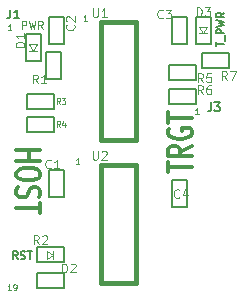
<source format=gto>
G04 (created by PCBNEW (2013-03-04 BZR 3984)-stable) date 3/15/2013 4:30:27 PM*
%MOIN*%
G04 Gerber Fmt 3.4, Leading zero omitted, Abs format*
%FSLAX34Y34*%
G01*
G70*
G90*
G04 APERTURE LIST*
%ADD10C,2.3622e-006*%
%ADD11C,0.00492126*%
%ADD12C,0.0064*%
%ADD13C,0.012*%
%ADD14C,0.0049*%
%ADD15C,0.015*%
%ADD16C,0.005*%
%ADD17C,0.0045*%
%ADD18C,0.007375*%
%ADD19C,0.0074*%
G04 APERTURE END LIST*
G54D10*
G54D11*
X42757Y-36615D02*
X42645Y-36615D01*
X42701Y-36615D02*
X42701Y-36418D01*
X42682Y-36446D01*
X42664Y-36465D01*
X42645Y-36474D01*
X42851Y-36615D02*
X42889Y-36615D01*
X42907Y-36605D01*
X42917Y-36596D01*
X42935Y-36568D01*
X42945Y-36530D01*
X42945Y-36455D01*
X42935Y-36437D01*
X42926Y-36427D01*
X42907Y-36418D01*
X42870Y-36418D01*
X42851Y-36427D01*
X42842Y-36437D01*
X42832Y-36455D01*
X42832Y-36502D01*
X42842Y-36521D01*
X42851Y-36530D01*
X42870Y-36540D01*
X42907Y-36540D01*
X42926Y-36530D01*
X42935Y-36521D01*
X42945Y-36502D01*
G54D12*
X49611Y-28485D02*
X49611Y-28339D01*
X49867Y-28412D02*
X49611Y-28412D01*
X49892Y-28315D02*
X49892Y-28120D01*
X49867Y-28059D02*
X49611Y-28059D01*
X49611Y-27961D01*
X49623Y-27937D01*
X49636Y-27925D01*
X49660Y-27912D01*
X49696Y-27912D01*
X49721Y-27925D01*
X49733Y-27937D01*
X49745Y-27961D01*
X49745Y-28059D01*
X49611Y-27827D02*
X49867Y-27766D01*
X49684Y-27717D01*
X49867Y-27669D01*
X49611Y-27608D01*
X49867Y-27364D02*
X49745Y-27449D01*
X49867Y-27510D02*
X49611Y-27510D01*
X49611Y-27413D01*
X49623Y-27388D01*
X49636Y-27376D01*
X49660Y-27364D01*
X49696Y-27364D01*
X49721Y-27376D01*
X49733Y-27388D01*
X49745Y-27413D01*
X49745Y-27510D01*
G54D13*
X47988Y-32693D02*
X47988Y-32350D01*
X48788Y-32521D02*
X47988Y-32521D01*
X48788Y-31807D02*
X48407Y-32007D01*
X48788Y-32150D02*
X47988Y-32150D01*
X47988Y-31921D01*
X48026Y-31864D01*
X48065Y-31835D01*
X48141Y-31807D01*
X48255Y-31807D01*
X48331Y-31835D01*
X48369Y-31864D01*
X48407Y-31921D01*
X48407Y-32150D01*
X48026Y-31235D02*
X47988Y-31293D01*
X47988Y-31378D01*
X48026Y-31464D01*
X48103Y-31521D01*
X48179Y-31550D01*
X48331Y-31578D01*
X48445Y-31578D01*
X48598Y-31550D01*
X48674Y-31521D01*
X48750Y-31464D01*
X48788Y-31378D01*
X48788Y-31321D01*
X48750Y-31235D01*
X48712Y-31207D01*
X48445Y-31207D01*
X48445Y-31321D01*
X47988Y-31035D02*
X47988Y-30693D01*
X48788Y-30864D02*
X47988Y-30864D01*
X42944Y-31953D02*
X43744Y-31953D01*
X43363Y-31953D02*
X43363Y-32295D01*
X42944Y-32295D02*
X43744Y-32295D01*
X43744Y-32695D02*
X43744Y-32810D01*
X43706Y-32867D01*
X43629Y-32924D01*
X43477Y-32953D01*
X43210Y-32953D01*
X43058Y-32924D01*
X42982Y-32867D01*
X42944Y-32810D01*
X42944Y-32695D01*
X42982Y-32638D01*
X43058Y-32581D01*
X43210Y-32553D01*
X43477Y-32553D01*
X43629Y-32581D01*
X43706Y-32638D01*
X43744Y-32695D01*
X42982Y-33181D02*
X42944Y-33267D01*
X42944Y-33410D01*
X42982Y-33467D01*
X43020Y-33495D01*
X43096Y-33524D01*
X43172Y-33524D01*
X43248Y-33495D01*
X43287Y-33467D01*
X43325Y-33410D01*
X43363Y-33295D01*
X43401Y-33238D01*
X43439Y-33210D01*
X43515Y-33181D01*
X43591Y-33181D01*
X43668Y-33210D01*
X43706Y-33238D01*
X43744Y-33295D01*
X43744Y-33438D01*
X43706Y-33524D01*
X43744Y-33695D02*
X43744Y-34038D01*
X42944Y-33867D02*
X43744Y-33867D01*
G54D12*
X42989Y-35575D02*
X42904Y-35453D01*
X42843Y-35575D02*
X42843Y-35319D01*
X42941Y-35319D01*
X42965Y-35331D01*
X42977Y-35344D01*
X42989Y-35368D01*
X42989Y-35404D01*
X42977Y-35429D01*
X42965Y-35441D01*
X42941Y-35453D01*
X42843Y-35453D01*
X43087Y-35563D02*
X43123Y-35575D01*
X43184Y-35575D01*
X43209Y-35563D01*
X43221Y-35551D01*
X43233Y-35526D01*
X43233Y-35502D01*
X43221Y-35478D01*
X43209Y-35465D01*
X43184Y-35453D01*
X43136Y-35441D01*
X43111Y-35429D01*
X43099Y-35417D01*
X43087Y-35392D01*
X43087Y-35368D01*
X43099Y-35344D01*
X43111Y-35331D01*
X43136Y-35319D01*
X43197Y-35319D01*
X43233Y-35331D01*
X43306Y-35319D02*
X43453Y-35319D01*
X43379Y-35575D02*
X43379Y-35319D01*
G54D14*
X43123Y-27898D02*
X43123Y-27642D01*
X43221Y-27642D01*
X43245Y-27654D01*
X43257Y-27667D01*
X43269Y-27691D01*
X43269Y-27727D01*
X43257Y-27752D01*
X43245Y-27764D01*
X43221Y-27776D01*
X43123Y-27776D01*
X43355Y-27642D02*
X43416Y-27898D01*
X43465Y-27715D01*
X43513Y-27898D01*
X43574Y-27642D01*
X43818Y-27898D02*
X43733Y-27776D01*
X43672Y-27898D02*
X43672Y-27642D01*
X43769Y-27642D01*
X43794Y-27654D01*
X43806Y-27667D01*
X43818Y-27691D01*
X43818Y-27727D01*
X43806Y-27752D01*
X43794Y-27764D01*
X43769Y-27776D01*
X43672Y-27776D01*
G54D15*
X45748Y-32441D02*
X46930Y-32441D01*
X46930Y-32441D02*
X46930Y-36378D01*
X46930Y-36378D02*
X45748Y-36378D01*
X45748Y-36378D02*
X45748Y-32441D01*
X45748Y-27677D02*
X46930Y-27677D01*
X46930Y-27677D02*
X46930Y-31614D01*
X46930Y-31614D02*
X45748Y-31614D01*
X45748Y-31614D02*
X45748Y-27677D01*
G54D16*
X43943Y-29564D02*
X43943Y-28664D01*
X43943Y-28664D02*
X44443Y-28664D01*
X44443Y-28664D02*
X44443Y-29564D01*
X44443Y-29564D02*
X43943Y-29564D01*
X44525Y-36549D02*
X43625Y-36549D01*
X43625Y-36549D02*
X43625Y-36049D01*
X43625Y-36049D02*
X44525Y-36049D01*
X44525Y-36049D02*
X44525Y-36549D01*
X44190Y-30585D02*
X43290Y-30585D01*
X43290Y-30585D02*
X43290Y-30085D01*
X43290Y-30085D02*
X44190Y-30085D01*
X44190Y-30085D02*
X44190Y-30585D01*
X44190Y-31352D02*
X43290Y-31352D01*
X43290Y-31352D02*
X43290Y-30852D01*
X43290Y-30852D02*
X44190Y-30852D01*
X44190Y-30852D02*
X44190Y-31352D01*
X48915Y-29620D02*
X48015Y-29620D01*
X48015Y-29620D02*
X48015Y-29120D01*
X48015Y-29120D02*
X48915Y-29120D01*
X48915Y-29120D02*
X48915Y-29620D01*
X48915Y-30407D02*
X48015Y-30407D01*
X48015Y-30407D02*
X48015Y-29907D01*
X48015Y-29907D02*
X48915Y-29907D01*
X48915Y-29907D02*
X48915Y-30407D01*
X50017Y-29226D02*
X49117Y-29226D01*
X49117Y-29226D02*
X49117Y-28726D01*
X49117Y-28726D02*
X50017Y-28726D01*
X50017Y-28726D02*
X50017Y-29226D01*
X44541Y-32621D02*
X44541Y-33521D01*
X44541Y-33521D02*
X44041Y-33521D01*
X44041Y-33521D02*
X44041Y-32621D01*
X44041Y-32621D02*
X44541Y-32621D01*
X44541Y-27503D02*
X44541Y-28403D01*
X44541Y-28403D02*
X44041Y-28403D01*
X44041Y-28403D02*
X44041Y-27503D01*
X44041Y-27503D02*
X44541Y-27503D01*
X48636Y-27503D02*
X48636Y-28403D01*
X48636Y-28403D02*
X48136Y-28403D01*
X48136Y-28403D02*
X48136Y-27503D01*
X48136Y-27503D02*
X48636Y-27503D01*
X48636Y-32956D02*
X48636Y-33856D01*
X48636Y-33856D02*
X48136Y-33856D01*
X48136Y-33856D02*
X48136Y-32956D01*
X48136Y-32956D02*
X48636Y-32956D01*
G54D14*
X43642Y-28641D02*
X43366Y-28641D01*
X43642Y-28425D02*
X43366Y-28425D01*
X43366Y-28425D02*
X43504Y-28641D01*
X43504Y-28641D02*
X43642Y-28425D01*
G54D16*
X43754Y-28093D02*
X43754Y-28993D01*
X43754Y-28993D02*
X43254Y-28993D01*
X43254Y-28993D02*
X43254Y-28093D01*
X43254Y-28093D02*
X43754Y-28093D01*
G54D14*
X44173Y-35295D02*
X44173Y-35571D01*
X43957Y-35295D02*
X43957Y-35571D01*
X43957Y-35571D02*
X44173Y-35433D01*
X44173Y-35433D02*
X43957Y-35295D01*
G54D16*
X43625Y-35183D02*
X44525Y-35183D01*
X44525Y-35183D02*
X44525Y-35683D01*
X44525Y-35683D02*
X43625Y-35683D01*
X43625Y-35683D02*
X43625Y-35183D01*
G54D14*
X49311Y-28051D02*
X49035Y-28051D01*
X49311Y-27835D02*
X49035Y-27835D01*
X49035Y-27835D02*
X49173Y-28051D01*
X49173Y-28051D02*
X49311Y-27835D01*
G54D16*
X49423Y-27503D02*
X49423Y-28403D01*
X49423Y-28403D02*
X48923Y-28403D01*
X48923Y-28403D02*
X48923Y-27503D01*
X48923Y-27503D02*
X49423Y-27503D01*
G54D14*
X45484Y-31970D02*
X45484Y-32209D01*
X45498Y-32237D01*
X45512Y-32251D01*
X45540Y-32265D01*
X45596Y-32265D01*
X45624Y-32251D01*
X45638Y-32237D01*
X45652Y-32209D01*
X45652Y-31970D01*
X45779Y-31998D02*
X45793Y-31984D01*
X45821Y-31970D01*
X45891Y-31970D01*
X45919Y-31984D01*
X45933Y-31998D01*
X45947Y-32026D01*
X45947Y-32054D01*
X45933Y-32096D01*
X45765Y-32265D01*
X45947Y-32265D01*
X45036Y-32422D02*
X44923Y-32422D01*
X44980Y-32422D02*
X44980Y-32225D01*
X44961Y-32253D01*
X44942Y-32272D01*
X44923Y-32282D01*
X45484Y-27226D02*
X45484Y-27465D01*
X45498Y-27493D01*
X45512Y-27507D01*
X45540Y-27521D01*
X45596Y-27521D01*
X45624Y-27507D01*
X45638Y-27493D01*
X45652Y-27465D01*
X45652Y-27226D01*
X45947Y-27521D02*
X45779Y-27521D01*
X45863Y-27521D02*
X45863Y-27226D01*
X45835Y-27268D01*
X45807Y-27296D01*
X45779Y-27310D01*
X45292Y-27638D02*
X45179Y-27638D01*
X45236Y-27638D02*
X45236Y-27441D01*
X45217Y-27469D01*
X45198Y-27488D01*
X45179Y-27498D01*
G54D17*
X43651Y-29725D02*
X43553Y-29585D01*
X43482Y-29725D02*
X43482Y-29430D01*
X43595Y-29430D01*
X43623Y-29444D01*
X43637Y-29458D01*
X43651Y-29486D01*
X43651Y-29528D01*
X43637Y-29557D01*
X43623Y-29571D01*
X43595Y-29585D01*
X43482Y-29585D01*
X43932Y-29725D02*
X43764Y-29725D01*
X43848Y-29725D02*
X43848Y-29430D01*
X43820Y-29472D01*
X43792Y-29500D01*
X43764Y-29514D01*
X43690Y-35080D02*
X43592Y-34939D01*
X43522Y-35080D02*
X43522Y-34784D01*
X43634Y-34784D01*
X43662Y-34798D01*
X43676Y-34812D01*
X43690Y-34841D01*
X43690Y-34883D01*
X43676Y-34911D01*
X43662Y-34925D01*
X43634Y-34939D01*
X43522Y-34939D01*
X43803Y-34812D02*
X43817Y-34798D01*
X43845Y-34784D01*
X43915Y-34784D01*
X43944Y-34798D01*
X43958Y-34812D01*
X43972Y-34841D01*
X43972Y-34869D01*
X43958Y-34911D01*
X43789Y-35080D01*
X43972Y-35080D01*
X44399Y-30414D02*
X44339Y-30319D01*
X44296Y-30414D02*
X44296Y-30214D01*
X44364Y-30214D01*
X44381Y-30224D01*
X44390Y-30234D01*
X44399Y-30253D01*
X44399Y-30281D01*
X44390Y-30300D01*
X44381Y-30310D01*
X44364Y-30319D01*
X44296Y-30319D01*
X44459Y-30214D02*
X44570Y-30214D01*
X44510Y-30291D01*
X44536Y-30291D01*
X44553Y-30300D01*
X44561Y-30310D01*
X44570Y-30329D01*
X44570Y-30376D01*
X44561Y-30395D01*
X44553Y-30405D01*
X44536Y-30414D01*
X44484Y-30414D01*
X44467Y-30405D01*
X44459Y-30395D01*
X44399Y-31181D02*
X44339Y-31086D01*
X44296Y-31181D02*
X44296Y-30981D01*
X44364Y-30981D01*
X44381Y-30991D01*
X44390Y-31001D01*
X44399Y-31020D01*
X44399Y-31048D01*
X44390Y-31067D01*
X44381Y-31077D01*
X44364Y-31086D01*
X44296Y-31086D01*
X44553Y-31048D02*
X44553Y-31181D01*
X44510Y-30972D02*
X44467Y-31115D01*
X44579Y-31115D01*
X49163Y-29686D02*
X49064Y-29545D01*
X48994Y-29686D02*
X48994Y-29391D01*
X49107Y-29391D01*
X49135Y-29405D01*
X49149Y-29419D01*
X49163Y-29447D01*
X49163Y-29489D01*
X49149Y-29517D01*
X49135Y-29531D01*
X49107Y-29545D01*
X48994Y-29545D01*
X49430Y-29391D02*
X49289Y-29391D01*
X49275Y-29531D01*
X49289Y-29517D01*
X49318Y-29503D01*
X49388Y-29503D01*
X49416Y-29517D01*
X49430Y-29531D01*
X49444Y-29559D01*
X49444Y-29630D01*
X49430Y-29658D01*
X49416Y-29672D01*
X49388Y-29686D01*
X49318Y-29686D01*
X49289Y-29672D01*
X49275Y-29658D01*
X49163Y-30080D02*
X49064Y-29939D01*
X48994Y-30080D02*
X48994Y-29784D01*
X49107Y-29784D01*
X49135Y-29798D01*
X49149Y-29812D01*
X49163Y-29841D01*
X49163Y-29883D01*
X49149Y-29911D01*
X49135Y-29925D01*
X49107Y-29939D01*
X48994Y-29939D01*
X49416Y-29784D02*
X49360Y-29784D01*
X49332Y-29798D01*
X49318Y-29812D01*
X49289Y-29855D01*
X49275Y-29911D01*
X49275Y-30023D01*
X49289Y-30052D01*
X49303Y-30066D01*
X49332Y-30080D01*
X49388Y-30080D01*
X49416Y-30066D01*
X49430Y-30052D01*
X49444Y-30023D01*
X49444Y-29953D01*
X49430Y-29925D01*
X49416Y-29911D01*
X49388Y-29897D01*
X49332Y-29897D01*
X49303Y-29911D01*
X49289Y-29925D01*
X49275Y-29953D01*
X49950Y-29607D02*
X49852Y-29467D01*
X49782Y-29607D02*
X49782Y-29312D01*
X49894Y-29312D01*
X49922Y-29326D01*
X49936Y-29340D01*
X49950Y-29368D01*
X49950Y-29410D01*
X49936Y-29438D01*
X49922Y-29453D01*
X49894Y-29467D01*
X49782Y-29467D01*
X50049Y-29312D02*
X50246Y-29312D01*
X50119Y-29607D01*
X44084Y-32532D02*
X44070Y-32546D01*
X44028Y-32560D01*
X44000Y-32560D01*
X43958Y-32546D01*
X43930Y-32518D01*
X43916Y-32490D01*
X43901Y-32433D01*
X43901Y-32391D01*
X43916Y-32335D01*
X43930Y-32307D01*
X43958Y-32279D01*
X44000Y-32265D01*
X44028Y-32265D01*
X44070Y-32279D01*
X44084Y-32293D01*
X44366Y-32560D02*
X44197Y-32560D01*
X44281Y-32560D02*
X44281Y-32265D01*
X44253Y-32307D01*
X44225Y-32335D01*
X44197Y-32349D01*
X44855Y-27765D02*
X44869Y-27779D01*
X44883Y-27821D01*
X44883Y-27850D01*
X44869Y-27892D01*
X44841Y-27920D01*
X44812Y-27934D01*
X44756Y-27948D01*
X44714Y-27948D01*
X44658Y-27934D01*
X44630Y-27920D01*
X44602Y-27892D01*
X44588Y-27850D01*
X44588Y-27821D01*
X44602Y-27779D01*
X44616Y-27765D01*
X44616Y-27653D02*
X44602Y-27639D01*
X44588Y-27611D01*
X44588Y-27540D01*
X44602Y-27512D01*
X44616Y-27498D01*
X44644Y-27484D01*
X44672Y-27484D01*
X44714Y-27498D01*
X44883Y-27667D01*
X44883Y-27484D01*
X47824Y-27532D02*
X47810Y-27546D01*
X47768Y-27560D01*
X47740Y-27560D01*
X47698Y-27546D01*
X47670Y-27518D01*
X47656Y-27490D01*
X47642Y-27433D01*
X47642Y-27391D01*
X47656Y-27335D01*
X47670Y-27307D01*
X47698Y-27279D01*
X47740Y-27265D01*
X47768Y-27265D01*
X47810Y-27279D01*
X47824Y-27293D01*
X47923Y-27265D02*
X48106Y-27265D01*
X48007Y-27377D01*
X48049Y-27377D01*
X48077Y-27391D01*
X48091Y-27405D01*
X48106Y-27433D01*
X48106Y-27504D01*
X48091Y-27532D01*
X48077Y-27546D01*
X48049Y-27560D01*
X47965Y-27560D01*
X47937Y-27546D01*
X47923Y-27532D01*
X48375Y-33516D02*
X48361Y-33530D01*
X48319Y-33544D01*
X48291Y-33544D01*
X48249Y-33530D01*
X48221Y-33502D01*
X48207Y-33474D01*
X48193Y-33418D01*
X48193Y-33375D01*
X48207Y-33319D01*
X48221Y-33291D01*
X48249Y-33263D01*
X48291Y-33249D01*
X48319Y-33249D01*
X48361Y-33263D01*
X48375Y-33277D01*
X48629Y-33347D02*
X48629Y-33544D01*
X48558Y-33235D02*
X48488Y-33446D01*
X48671Y-33446D01*
X43210Y-28504D02*
X42915Y-28504D01*
X42915Y-28434D01*
X42929Y-28392D01*
X42957Y-28364D01*
X42985Y-28350D01*
X43041Y-28336D01*
X43083Y-28336D01*
X43140Y-28350D01*
X43168Y-28364D01*
X43196Y-28392D01*
X43210Y-28434D01*
X43210Y-28504D01*
X43210Y-28054D02*
X43210Y-28223D01*
X43210Y-28139D02*
X42915Y-28139D01*
X42957Y-28167D01*
X42985Y-28195D01*
X42999Y-28223D01*
X44467Y-36025D02*
X44467Y-35729D01*
X44537Y-35729D01*
X44579Y-35743D01*
X44607Y-35771D01*
X44621Y-35800D01*
X44635Y-35856D01*
X44635Y-35898D01*
X44621Y-35954D01*
X44607Y-35982D01*
X44579Y-36010D01*
X44537Y-36025D01*
X44467Y-36025D01*
X44748Y-35757D02*
X44762Y-35743D01*
X44790Y-35729D01*
X44860Y-35729D01*
X44888Y-35743D01*
X44902Y-35757D01*
X44917Y-35785D01*
X44917Y-35814D01*
X44902Y-35856D01*
X44734Y-36025D01*
X44917Y-36025D01*
X48955Y-27481D02*
X48955Y-27186D01*
X49025Y-27186D01*
X49067Y-27200D01*
X49095Y-27228D01*
X49109Y-27256D01*
X49123Y-27312D01*
X49123Y-27354D01*
X49109Y-27411D01*
X49095Y-27439D01*
X49067Y-27467D01*
X49025Y-27481D01*
X48955Y-27481D01*
X49222Y-27186D02*
X49405Y-27186D01*
X49306Y-27298D01*
X49348Y-27298D01*
X49376Y-27312D01*
X49390Y-27326D01*
X49405Y-27354D01*
X49405Y-27425D01*
X49390Y-27453D01*
X49376Y-27467D01*
X49348Y-27481D01*
X49264Y-27481D01*
X49236Y-27467D01*
X49222Y-27453D01*
G54D18*
X49429Y-30356D02*
X49429Y-30567D01*
X49415Y-30609D01*
X49387Y-30637D01*
X49345Y-30651D01*
X49317Y-30651D01*
X49542Y-30356D02*
X49724Y-30356D01*
X49626Y-30468D01*
X49668Y-30468D01*
X49696Y-30482D01*
X49710Y-30496D01*
X49724Y-30524D01*
X49724Y-30595D01*
X49710Y-30623D01*
X49696Y-30637D01*
X49668Y-30651D01*
X49584Y-30651D01*
X49556Y-30637D01*
X49542Y-30623D01*
G54D19*
G54D14*
X49013Y-30748D02*
X48900Y-30748D01*
X48957Y-30748D02*
X48957Y-30551D01*
X48938Y-30579D01*
X48919Y-30598D01*
X48900Y-30608D01*
G54D18*
X42736Y-27265D02*
X42736Y-27476D01*
X42722Y-27518D01*
X42694Y-27546D01*
X42652Y-27560D01*
X42624Y-27560D01*
X43031Y-27560D02*
X42863Y-27560D01*
X42947Y-27560D02*
X42947Y-27265D01*
X42919Y-27307D01*
X42891Y-27335D01*
X42863Y-27349D01*
G54D19*
G54D14*
X42773Y-27953D02*
X42660Y-27953D01*
X42717Y-27953D02*
X42717Y-27756D01*
X42698Y-27784D01*
X42679Y-27803D01*
X42660Y-27813D01*
M02*

</source>
